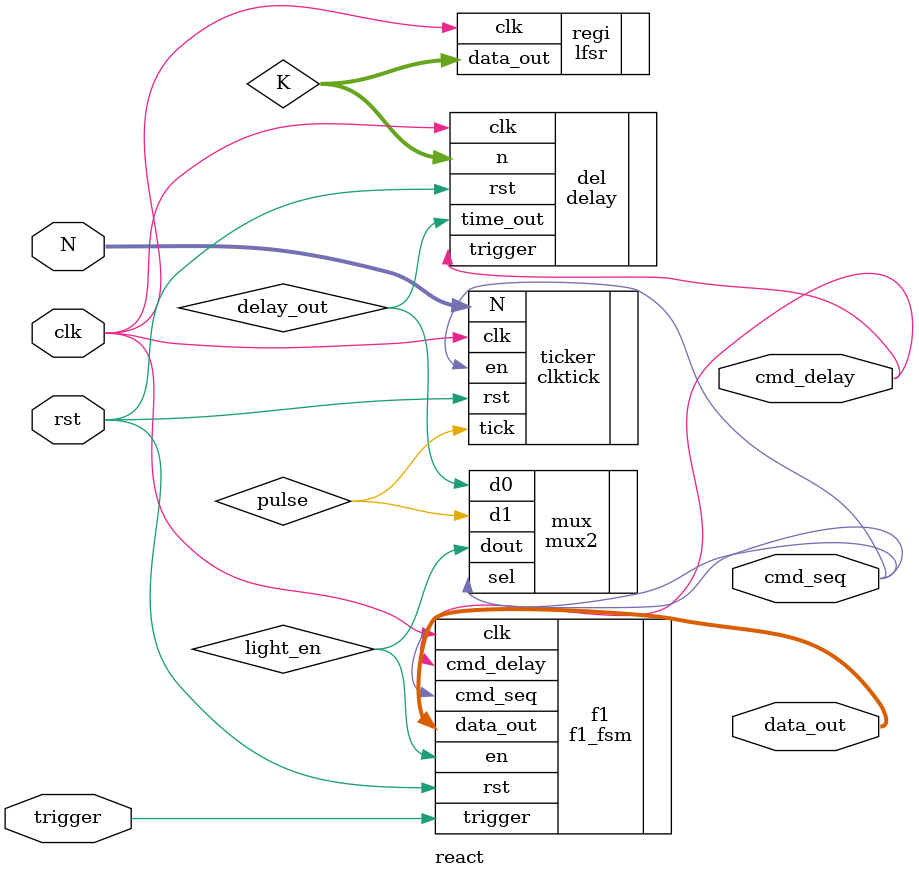
<source format=sv>
module react # (
    parameter   N_WIDTH = 5,
                K_WIDTH = 7,
                D_WIDTH = 8
)(
    // interface signals
    input   logic                 clk,        // clock
    input   logic                 rst,        // reset
    input   logic [N_WIDTH-1:0]   N,          // delay for clktick.sv
    input   logic                 trigger,    // trigger for delay.sv
    output  logic [D_WIDTH-1:0]   data_out,   // signal for lights
    output  logic                 cmd_seq,    // high during the sequencing of data_out[7:0] from 8'b1 to 8'b11111111
    output  logic                 cmd_delay  // triggers the start of the delay.sv component

);
    // interconnected wires
    logic   [K_WIDTH-1:0]   K;
    logic                   delay_out;
    logic                   pulse;
    logic                   light_en;

lfsr regi(
    .clk(clk),
    .data_out(K)
);

delay del(
    .clk(clk),
    .rst(rst),
    .trigger(cmd_delay),
    .n(K),
    .time_out(delay_out)
);

clktick ticker(
    .clk(clk),
    .rst(rst),
    .en(cmd_seq),
    .N(N),
    .tick(pulse)
);

mux2 mux(
    .d0(delay_out),
    .d1(pulse),
    .sel(cmd_seq),
    .dout(light_en)
);

f1_fsm f1(
    .clk(clk),
    .rst(rst),
    .en(light_en),
    .trigger(trigger),
    .data_out(data_out),
    .cmd_delay(cmd_delay),
    .cmd_seq(cmd_seq)
);

endmodule

</source>
